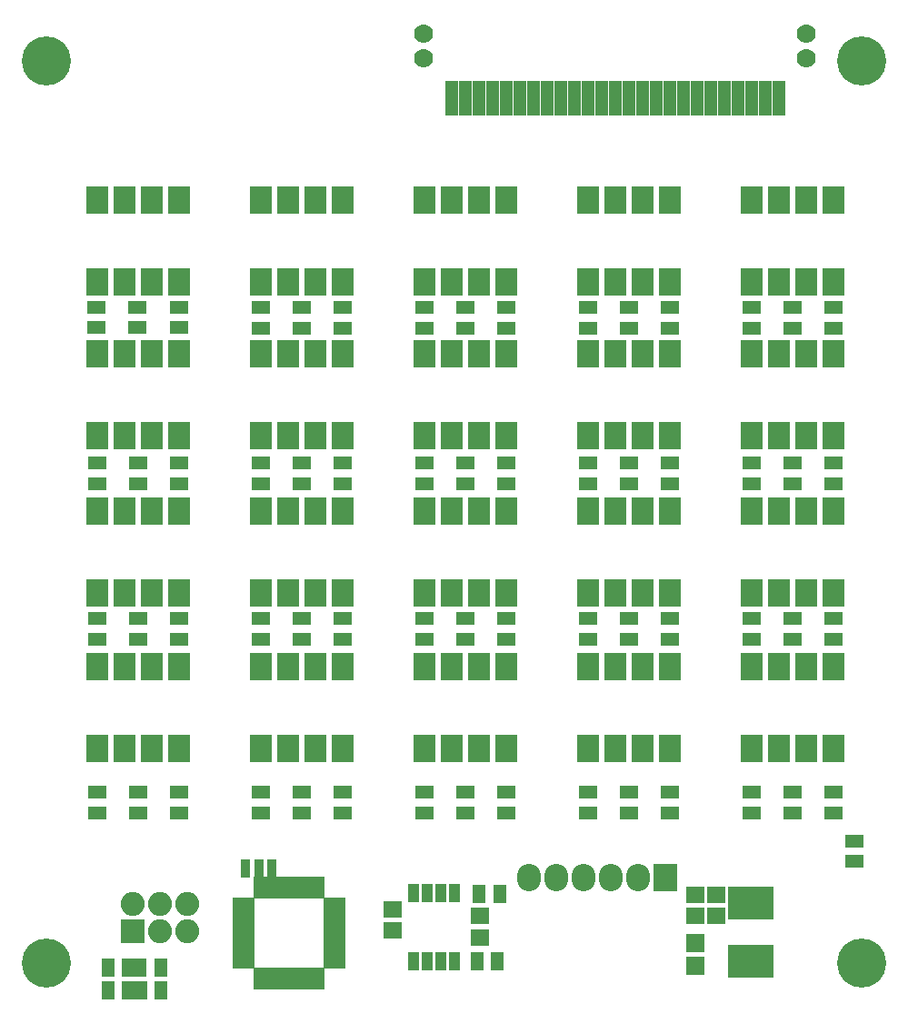
<source format=gts>
G04 #@! TF.FileFunction,Soldermask,Top*
%FSLAX46Y46*%
G04 Gerber Fmt 4.6, Leading zero omitted, Abs format (unit mm)*
G04 Created by KiCad (PCBNEW 4.0.1-stable) date 2017-03-07 5:32:39 PM*
%MOMM*%
G01*
G04 APERTURE LIST*
%ADD10C,0.150000*%
%ADD11R,4.257040X3.058160*%
%ADD12R,2.032000X2.540000*%
%ADD13R,2.235200X2.540000*%
%ADD14O,2.235200X2.540000*%
%ADD15R,2.235200X2.235200*%
%ADD16O,2.235200X2.235200*%
%ADD17R,1.758000X1.508000*%
%ADD18R,1.706880X1.706880*%
%ADD19R,1.058000X2.108000*%
%ADD20R,2.108000X1.058000*%
%ADD21R,1.808000X1.208000*%
%ADD22R,1.208000X1.808000*%
%ADD23R,0.908000X1.808000*%
%ADD24R,1.016000X1.651000*%
%ADD25C,4.572000*%
%ADD26R,1.244600X1.651000*%
%ADD27C,1.778000*%
G04 APERTURE END LIST*
D10*
D11*
X93600000Y-105399980D03*
X93600000Y-110800020D03*
D12*
X32751250Y-47528750D03*
X35291250Y-47528750D03*
X37831250Y-47528750D03*
X40371250Y-47528750D03*
X40371250Y-39908750D03*
X37831250Y-39908750D03*
X35291250Y-39908750D03*
X32751250Y-39908750D03*
X32751250Y-61908750D03*
X35291250Y-61908750D03*
X37831250Y-61908750D03*
X40371250Y-61908750D03*
X40371250Y-54288750D03*
X37831250Y-54288750D03*
X35291250Y-54288750D03*
X32751250Y-54288750D03*
X32751250Y-76488750D03*
X35291250Y-76488750D03*
X37831250Y-76488750D03*
X40371250Y-76488750D03*
X40371250Y-68868750D03*
X37831250Y-68868750D03*
X35291250Y-68868750D03*
X32751250Y-68868750D03*
X32751250Y-90968750D03*
X35291250Y-90968750D03*
X37831250Y-90968750D03*
X40371250Y-90968750D03*
X40371250Y-83348750D03*
X37831250Y-83348750D03*
X35291250Y-83348750D03*
X32751250Y-83348750D03*
X47991250Y-47528750D03*
X50531250Y-47528750D03*
X53071250Y-47528750D03*
X55611250Y-47528750D03*
X55611250Y-39908750D03*
X53071250Y-39908750D03*
X50531250Y-39908750D03*
X47991250Y-39908750D03*
X47991250Y-61908750D03*
X50531250Y-61908750D03*
X53071250Y-61908750D03*
X55611250Y-61908750D03*
X55611250Y-54288750D03*
X53071250Y-54288750D03*
X50531250Y-54288750D03*
X47991250Y-54288750D03*
X47991250Y-76488750D03*
X50531250Y-76488750D03*
X53071250Y-76488750D03*
X55611250Y-76488750D03*
X55611250Y-68868750D03*
X53071250Y-68868750D03*
X50531250Y-68868750D03*
X47991250Y-68868750D03*
X47991250Y-90968750D03*
X50531250Y-90968750D03*
X53071250Y-90968750D03*
X55611250Y-90968750D03*
X55611250Y-83348750D03*
X53071250Y-83348750D03*
X50531250Y-83348750D03*
X47991250Y-83348750D03*
X63231250Y-47528750D03*
X65771250Y-47528750D03*
X68311250Y-47528750D03*
X70851250Y-47528750D03*
X70851250Y-39908750D03*
X68311250Y-39908750D03*
X65771250Y-39908750D03*
X63231250Y-39908750D03*
X63231250Y-61908750D03*
X65771250Y-61908750D03*
X68311250Y-61908750D03*
X70851250Y-61908750D03*
X70851250Y-54288750D03*
X68311250Y-54288750D03*
X65771250Y-54288750D03*
X63231250Y-54288750D03*
X63231250Y-76488750D03*
X65771250Y-76488750D03*
X68311250Y-76488750D03*
X70851250Y-76488750D03*
X70851250Y-68868750D03*
X68311250Y-68868750D03*
X65771250Y-68868750D03*
X63231250Y-68868750D03*
X63231250Y-90968750D03*
X65771250Y-90968750D03*
X68311250Y-90968750D03*
X70851250Y-90968750D03*
X70851250Y-83348750D03*
X68311250Y-83348750D03*
X65771250Y-83348750D03*
X63231250Y-83348750D03*
X78471250Y-47528750D03*
X81011250Y-47528750D03*
X83551250Y-47528750D03*
X86091250Y-47528750D03*
X86091250Y-39908750D03*
X83551250Y-39908750D03*
X81011250Y-39908750D03*
X78471250Y-39908750D03*
X78471250Y-61908750D03*
X81011250Y-61908750D03*
X83551250Y-61908750D03*
X86091250Y-61908750D03*
X86091250Y-54288750D03*
X83551250Y-54288750D03*
X81011250Y-54288750D03*
X78471250Y-54288750D03*
X78471250Y-76488750D03*
X81011250Y-76488750D03*
X83551250Y-76488750D03*
X86091250Y-76488750D03*
X86091250Y-68868750D03*
X83551250Y-68868750D03*
X81011250Y-68868750D03*
X78471250Y-68868750D03*
X78471250Y-90968750D03*
X81011250Y-90968750D03*
X83551250Y-90968750D03*
X86091250Y-90968750D03*
X86091250Y-83348750D03*
X83551250Y-83348750D03*
X81011250Y-83348750D03*
X78471250Y-83348750D03*
X93711250Y-47528750D03*
X96251250Y-47528750D03*
X98791250Y-47528750D03*
X101331250Y-47528750D03*
X101331250Y-39908750D03*
X98791250Y-39908750D03*
X96251250Y-39908750D03*
X93711250Y-39908750D03*
X93711250Y-61908750D03*
X96251250Y-61908750D03*
X98791250Y-61908750D03*
X101331250Y-61908750D03*
X101331250Y-54288750D03*
X98791250Y-54288750D03*
X96251250Y-54288750D03*
X93711250Y-54288750D03*
X93711250Y-76488750D03*
X96251250Y-76488750D03*
X98791250Y-76488750D03*
X101331250Y-76488750D03*
X101331250Y-68868750D03*
X98791250Y-68868750D03*
X96251250Y-68868750D03*
X93711250Y-68868750D03*
X93711250Y-90968750D03*
X96251250Y-90968750D03*
X98791250Y-90968750D03*
X101331250Y-90968750D03*
X101331250Y-83348750D03*
X98791250Y-83348750D03*
X96251250Y-83348750D03*
X93711250Y-83348750D03*
D13*
X85700000Y-103000000D03*
D14*
X83160000Y-103000000D03*
X80620000Y-103000000D03*
X78080000Y-103000000D03*
X75540000Y-103000000D03*
X73000000Y-103000000D03*
D15*
X36100000Y-108000000D03*
D16*
X36100000Y-105460000D03*
X38640000Y-108000000D03*
X38640000Y-105460000D03*
X41180000Y-108000000D03*
X41180000Y-105460000D03*
D17*
X68400000Y-108600000D03*
X68400000Y-106600000D03*
X90400000Y-104600000D03*
X90400000Y-106600000D03*
X88500000Y-104600000D03*
X88500000Y-106600000D03*
D18*
X88500000Y-111249020D03*
X88500000Y-109150980D03*
D19*
X53400000Y-103950000D03*
X52600000Y-103950000D03*
X51800000Y-103950000D03*
X51000000Y-103950000D03*
X50200000Y-103950000D03*
X49400000Y-103950000D03*
X48600000Y-103950000D03*
X47800000Y-103950000D03*
D20*
X46350000Y-105400000D03*
X46350000Y-106200000D03*
X46350000Y-107000000D03*
X46350000Y-107800000D03*
X46350000Y-108600000D03*
X46350000Y-109400000D03*
X46350000Y-110200000D03*
X46350000Y-111000000D03*
D19*
X47800000Y-112450000D03*
X48600000Y-112450000D03*
X49400000Y-112450000D03*
X50200000Y-112450000D03*
X51000000Y-112450000D03*
X51800000Y-112450000D03*
X52600000Y-112450000D03*
X53400000Y-112450000D03*
D20*
X54850000Y-111000000D03*
X54850000Y-110200000D03*
X54850000Y-109400000D03*
X54850000Y-108600000D03*
X54850000Y-107800000D03*
X54850000Y-107000000D03*
X54850000Y-106200000D03*
X54850000Y-105400000D03*
D21*
X32751250Y-95098750D03*
X32751250Y-96998750D03*
X32751250Y-78918750D03*
X32751250Y-80818750D03*
X32751250Y-64438750D03*
X32751250Y-66338750D03*
X32651250Y-49931750D03*
X32651250Y-51831750D03*
X36561250Y-96998750D03*
X36561250Y-95098750D03*
X40371250Y-96998750D03*
X40371250Y-95098750D03*
X40371250Y-80818750D03*
X40371250Y-78918750D03*
X40371250Y-66338750D03*
X40371250Y-64438750D03*
X40371250Y-51831750D03*
X40371250Y-49931750D03*
X36461250Y-51831750D03*
X36461250Y-49931750D03*
X47991250Y-95098750D03*
X47991250Y-96998750D03*
X47991250Y-78918750D03*
X47991250Y-80818750D03*
X47991250Y-64438750D03*
X47991250Y-66338750D03*
X47991250Y-49958750D03*
X47991250Y-51858750D03*
X51801250Y-96998750D03*
X51801250Y-95098750D03*
X55611250Y-96998750D03*
X55611250Y-95098750D03*
X55611250Y-80818750D03*
X55611250Y-78918750D03*
X55611250Y-66338750D03*
X55611250Y-64438750D03*
X55611250Y-51858750D03*
X55611250Y-49958750D03*
X51801250Y-51858750D03*
X51801250Y-49958750D03*
X63231250Y-95098750D03*
X63231250Y-96998750D03*
X63231250Y-78918750D03*
X63231250Y-80818750D03*
X63231250Y-64438750D03*
X63231250Y-66338750D03*
X63231250Y-49958750D03*
X63231250Y-51858750D03*
X67041250Y-96998750D03*
X67041250Y-95098750D03*
X70851250Y-96998750D03*
X70851250Y-95098750D03*
X70851250Y-80818750D03*
X70851250Y-78918750D03*
X70851250Y-66338750D03*
X70851250Y-64438750D03*
X70851250Y-51858750D03*
X70851250Y-49958750D03*
X67041250Y-51858750D03*
X67041250Y-49958750D03*
X78471250Y-95098750D03*
X78471250Y-96998750D03*
X78471250Y-78918750D03*
X78471250Y-80818750D03*
X78471250Y-64438750D03*
X78471250Y-66338750D03*
X78471250Y-49958750D03*
X78471250Y-51858750D03*
D22*
X68350000Y-104500000D03*
X70250000Y-104500000D03*
D21*
X82281250Y-96998750D03*
X82281250Y-95098750D03*
X86091250Y-96998750D03*
X86091250Y-95098750D03*
X86091250Y-80818750D03*
X86091250Y-78918750D03*
X86091250Y-66338750D03*
X86091250Y-64438750D03*
X86091250Y-51858750D03*
X86091250Y-49958750D03*
X82281250Y-51858750D03*
X82281250Y-49958750D03*
X93711250Y-95098750D03*
X93711250Y-96998750D03*
X93711250Y-78918750D03*
X93711250Y-80818750D03*
X93711250Y-64438750D03*
X93711250Y-66338750D03*
X93711250Y-49958750D03*
X93711250Y-51858750D03*
X97521250Y-96998750D03*
X97521250Y-95098750D03*
X101331250Y-96998750D03*
X101331250Y-95098750D03*
X101331250Y-80818750D03*
X101331250Y-78918750D03*
X101331250Y-66338750D03*
X101331250Y-64438750D03*
X101331250Y-51858750D03*
X101331250Y-49958750D03*
X97521250Y-51858750D03*
X97521250Y-49958750D03*
X36561250Y-80818750D03*
X36561250Y-78918750D03*
X36561250Y-66338750D03*
X36561250Y-64438750D03*
X51801250Y-80818750D03*
X51801250Y-78918750D03*
X51800000Y-66350000D03*
X51800000Y-64450000D03*
X67041250Y-80818750D03*
X67041250Y-78918750D03*
X67041250Y-66338750D03*
X67041250Y-64438750D03*
X82281250Y-80818750D03*
X82281250Y-78918750D03*
X82281250Y-66338750D03*
X82281250Y-64438750D03*
X97521250Y-80818750D03*
X97521250Y-78918750D03*
X97521250Y-66338750D03*
X97521250Y-64438750D03*
D23*
X49000000Y-102200000D03*
X46600000Y-102200000D03*
X47800000Y-102200000D03*
D17*
X60300000Y-105950000D03*
X60300000Y-107950000D03*
D24*
X62195000Y-104475000D03*
X63465000Y-104475000D03*
X64735000Y-104475000D03*
X66005000Y-104475000D03*
X66005000Y-110825000D03*
X64735000Y-110825000D03*
X63465000Y-110825000D03*
X62195000Y-110825000D03*
D25*
X28000000Y-27000000D03*
X104000000Y-27000000D03*
X28000000Y-111000000D03*
X104000000Y-111000000D03*
D22*
X70050000Y-110800000D03*
X68150000Y-110800000D03*
X36775000Y-111425000D03*
X38675000Y-111425000D03*
X36800000Y-113475000D03*
X38700000Y-113475000D03*
X33775000Y-111425000D03*
X35675000Y-111425000D03*
X33775000Y-113475000D03*
X35675000Y-113475000D03*
D26*
X96240000Y-29705600D03*
X96240000Y-31229600D03*
X94970000Y-29705600D03*
X94970000Y-31229600D03*
X93700000Y-29705600D03*
X93700000Y-31229600D03*
X92430000Y-29705600D03*
X92430000Y-31229600D03*
X91160000Y-29705600D03*
X91160000Y-31229600D03*
X89890000Y-29705600D03*
X89890000Y-31229600D03*
X88620000Y-29705600D03*
X88620000Y-31229600D03*
X87350000Y-29705600D03*
X87350000Y-31229600D03*
X86080000Y-29705600D03*
X86080000Y-31229600D03*
X84810000Y-29705600D03*
X84810000Y-31229600D03*
X83540000Y-29705600D03*
X83540000Y-31229600D03*
X82270000Y-29705600D03*
X82270000Y-31229600D03*
X81000000Y-29705600D03*
X81000000Y-31229600D03*
X79730000Y-29705600D03*
X79730000Y-31229600D03*
X78460000Y-29705600D03*
X78460000Y-31229600D03*
X77190000Y-29705600D03*
X77190000Y-31229600D03*
X75920000Y-29705600D03*
X75920000Y-31229600D03*
X74650000Y-29705600D03*
X74650000Y-31229600D03*
X73380000Y-29705600D03*
X73380000Y-31229600D03*
X72110000Y-29705600D03*
X72110000Y-31229600D03*
X70840000Y-29705600D03*
X70840000Y-31229600D03*
X69570000Y-29705600D03*
X69570000Y-31229600D03*
X68300000Y-29705600D03*
X68300000Y-31229600D03*
X67030000Y-29705600D03*
X67030000Y-31229600D03*
X65760000Y-29705600D03*
X65760000Y-31229600D03*
D27*
X98830800Y-24473200D03*
X63169200Y-24473200D03*
X98830800Y-26733800D03*
X63169200Y-26733800D03*
D21*
X103250000Y-99625000D03*
X103250000Y-101525000D03*
M02*

</source>
